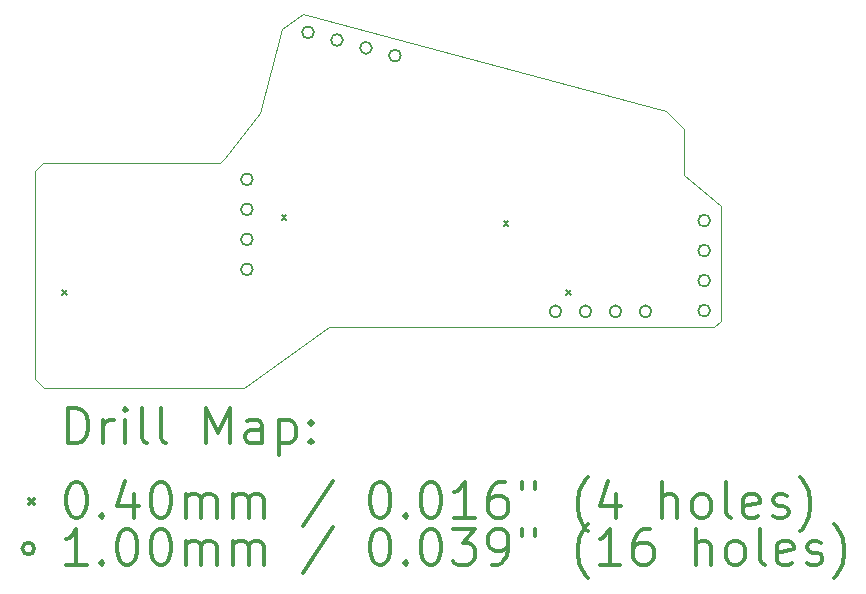
<source format=gbr>
%FSLAX45Y45*%
G04 Gerber Fmt 4.5, Leading zero omitted, Abs format (unit mm)*
G04 Created by KiCad (PCBNEW (5.1.4)-1) date 2023-09-09 05:29:43*
%MOMM*%
%LPD*%
G04 APERTURE LIST*
%ADD10C,0.050000*%
%ADD11C,0.200000*%
%ADD12C,0.300000*%
G04 APERTURE END LIST*
D10*
X-8605980Y-47253810D02*
X-6908980Y-47254810D01*
X-6193980Y-46738810D02*
X-2930835Y-46739340D01*
X-8684980Y-47174810D02*
X-8605980Y-47253810D01*
X-6908980Y-47254810D02*
X-6193980Y-46738810D01*
X-8684980Y-45418810D02*
X-8684980Y-47174810D01*
X-7114980Y-45347810D02*
X-8612980Y-45346810D01*
X-8612980Y-45346810D02*
X-8684980Y-45418810D01*
X-3339125Y-44912148D02*
X-3183300Y-45062247D01*
X-6779724Y-44924596D02*
X-6589120Y-44218027D01*
X-7068596Y-45307941D02*
X-7114980Y-45347810D01*
X-2876899Y-45710660D02*
X-3182118Y-45454366D01*
X-6589120Y-44218027D02*
X-6411822Y-44087429D01*
X-3182118Y-45454366D02*
X-3183300Y-45062247D01*
X-6779724Y-44924596D02*
X-7068596Y-45307941D01*
X-6411822Y-44087429D02*
X-3339125Y-44912148D01*
X-2876509Y-46683864D02*
X-2876899Y-45710660D01*
X-2876509Y-46683864D02*
X-2930835Y-46739340D01*
D11*
X-8454000Y-46423000D02*
X-8414000Y-46463000D01*
X-8414000Y-46423000D02*
X-8454000Y-46463000D01*
X-6593000Y-45792000D02*
X-6553000Y-45832000D01*
X-6553000Y-45792000D02*
X-6593000Y-45832000D01*
X-4713000Y-45842000D02*
X-4673000Y-45882000D01*
X-4673000Y-45842000D02*
X-4713000Y-45882000D01*
X-4182000Y-46428000D02*
X-4142000Y-46468000D01*
X-4142000Y-46428000D02*
X-4182000Y-46468000D01*
X-6319875Y-44242493D02*
G75*
G03X-6319875Y-44242493I-50000J0D01*
G01*
X-6074530Y-44308233D02*
G75*
G03X-6074530Y-44308233I-50000J0D01*
G01*
X-5829184Y-44373973D02*
G75*
G03X-5829184Y-44373973I-50000J0D01*
G01*
X-5583839Y-44439713D02*
G75*
G03X-5583839Y-44439713I-50000J0D01*
G01*
X-6837551Y-45487910D02*
G75*
G03X-6837551Y-45487910I-50000J0D01*
G01*
X-6837551Y-45741910D02*
G75*
G03X-6837551Y-45741910I-50000J0D01*
G01*
X-6837551Y-45995910D02*
G75*
G03X-6837551Y-45995910I-50000J0D01*
G01*
X-6837551Y-46249910D02*
G75*
G03X-6837551Y-46249910I-50000J0D01*
G01*
X-2965301Y-45836357D02*
G75*
G03X-2965301Y-45836357I-50000J0D01*
G01*
X-2965301Y-46090357D02*
G75*
G03X-2965301Y-46090357I-50000J0D01*
G01*
X-2965301Y-46344357D02*
G75*
G03X-2965301Y-46344357I-50000J0D01*
G01*
X-2965301Y-46598357D02*
G75*
G03X-2965301Y-46598357I-50000J0D01*
G01*
X-4224387Y-46605104D02*
G75*
G03X-4224387Y-46605104I-50000J0D01*
G01*
X-3970387Y-46605104D02*
G75*
G03X-3970387Y-46605104I-50000J0D01*
G01*
X-3716387Y-46605104D02*
G75*
G03X-3716387Y-46605104I-50000J0D01*
G01*
X-3462387Y-46605104D02*
G75*
G03X-3462387Y-46605104I-50000J0D01*
G01*
D12*
X-8401052Y-47723025D02*
X-8401052Y-47423025D01*
X-8329623Y-47423025D01*
X-8286766Y-47437310D01*
X-8258195Y-47465882D01*
X-8243909Y-47494453D01*
X-8229623Y-47551596D01*
X-8229623Y-47594453D01*
X-8243909Y-47651596D01*
X-8258195Y-47680167D01*
X-8286766Y-47708739D01*
X-8329623Y-47723025D01*
X-8401052Y-47723025D01*
X-8101052Y-47723025D02*
X-8101052Y-47523025D01*
X-8101052Y-47580167D02*
X-8086766Y-47551596D01*
X-8072480Y-47537310D01*
X-8043909Y-47523025D01*
X-8015338Y-47523025D01*
X-7915338Y-47723025D02*
X-7915338Y-47523025D01*
X-7915338Y-47423025D02*
X-7929623Y-47437310D01*
X-7915338Y-47451596D01*
X-7901052Y-47437310D01*
X-7915338Y-47423025D01*
X-7915338Y-47451596D01*
X-7729623Y-47723025D02*
X-7758195Y-47708739D01*
X-7772480Y-47680167D01*
X-7772480Y-47423025D01*
X-7572480Y-47723025D02*
X-7601052Y-47708739D01*
X-7615338Y-47680167D01*
X-7615338Y-47423025D01*
X-7229623Y-47723025D02*
X-7229623Y-47423025D01*
X-7129623Y-47637310D01*
X-7029623Y-47423025D01*
X-7029623Y-47723025D01*
X-6758195Y-47723025D02*
X-6758195Y-47565882D01*
X-6772480Y-47537310D01*
X-6801052Y-47523025D01*
X-6858195Y-47523025D01*
X-6886766Y-47537310D01*
X-6758195Y-47708739D02*
X-6786766Y-47723025D01*
X-6858195Y-47723025D01*
X-6886766Y-47708739D01*
X-6901052Y-47680167D01*
X-6901052Y-47651596D01*
X-6886766Y-47623025D01*
X-6858195Y-47608739D01*
X-6786766Y-47608739D01*
X-6758195Y-47594453D01*
X-6615338Y-47523025D02*
X-6615338Y-47823025D01*
X-6615338Y-47537310D02*
X-6586766Y-47523025D01*
X-6529623Y-47523025D01*
X-6501052Y-47537310D01*
X-6486766Y-47551596D01*
X-6472480Y-47580167D01*
X-6472480Y-47665882D01*
X-6486766Y-47694453D01*
X-6501052Y-47708739D01*
X-6529623Y-47723025D01*
X-6586766Y-47723025D01*
X-6615338Y-47708739D01*
X-6343909Y-47694453D02*
X-6329623Y-47708739D01*
X-6343909Y-47723025D01*
X-6358195Y-47708739D01*
X-6343909Y-47694453D01*
X-6343909Y-47723025D01*
X-6343909Y-47537310D02*
X-6329623Y-47551596D01*
X-6343909Y-47565882D01*
X-6358195Y-47551596D01*
X-6343909Y-47537310D01*
X-6343909Y-47565882D01*
X-8727481Y-48197310D02*
X-8687481Y-48237310D01*
X-8687481Y-48197310D02*
X-8727481Y-48237310D01*
X-8343909Y-48053025D02*
X-8315338Y-48053025D01*
X-8286766Y-48067310D01*
X-8272480Y-48081596D01*
X-8258195Y-48110167D01*
X-8243909Y-48167310D01*
X-8243909Y-48238739D01*
X-8258195Y-48295882D01*
X-8272480Y-48324453D01*
X-8286766Y-48338739D01*
X-8315338Y-48353025D01*
X-8343909Y-48353025D01*
X-8372480Y-48338739D01*
X-8386766Y-48324453D01*
X-8401052Y-48295882D01*
X-8415338Y-48238739D01*
X-8415338Y-48167310D01*
X-8401052Y-48110167D01*
X-8386766Y-48081596D01*
X-8372480Y-48067310D01*
X-8343909Y-48053025D01*
X-8115338Y-48324453D02*
X-8101052Y-48338739D01*
X-8115338Y-48353025D01*
X-8129623Y-48338739D01*
X-8115338Y-48324453D01*
X-8115338Y-48353025D01*
X-7843909Y-48153025D02*
X-7843909Y-48353025D01*
X-7915338Y-48038739D02*
X-7986766Y-48253025D01*
X-7801052Y-48253025D01*
X-7629623Y-48053025D02*
X-7601052Y-48053025D01*
X-7572480Y-48067310D01*
X-7558195Y-48081596D01*
X-7543909Y-48110167D01*
X-7529623Y-48167310D01*
X-7529623Y-48238739D01*
X-7543909Y-48295882D01*
X-7558195Y-48324453D01*
X-7572480Y-48338739D01*
X-7601052Y-48353025D01*
X-7629623Y-48353025D01*
X-7658195Y-48338739D01*
X-7672480Y-48324453D01*
X-7686766Y-48295882D01*
X-7701052Y-48238739D01*
X-7701052Y-48167310D01*
X-7686766Y-48110167D01*
X-7672480Y-48081596D01*
X-7658195Y-48067310D01*
X-7629623Y-48053025D01*
X-7401052Y-48353025D02*
X-7401052Y-48153025D01*
X-7401052Y-48181596D02*
X-7386766Y-48167310D01*
X-7358195Y-48153025D01*
X-7315338Y-48153025D01*
X-7286766Y-48167310D01*
X-7272480Y-48195882D01*
X-7272480Y-48353025D01*
X-7272480Y-48195882D02*
X-7258195Y-48167310D01*
X-7229623Y-48153025D01*
X-7186766Y-48153025D01*
X-7158195Y-48167310D01*
X-7143909Y-48195882D01*
X-7143909Y-48353025D01*
X-7001052Y-48353025D02*
X-7001052Y-48153025D01*
X-7001052Y-48181596D02*
X-6986766Y-48167310D01*
X-6958195Y-48153025D01*
X-6915338Y-48153025D01*
X-6886766Y-48167310D01*
X-6872480Y-48195882D01*
X-6872480Y-48353025D01*
X-6872480Y-48195882D02*
X-6858195Y-48167310D01*
X-6829623Y-48153025D01*
X-6786766Y-48153025D01*
X-6758195Y-48167310D01*
X-6743909Y-48195882D01*
X-6743909Y-48353025D01*
X-6158195Y-48038739D02*
X-6415338Y-48424453D01*
X-5772480Y-48053025D02*
X-5743909Y-48053025D01*
X-5715338Y-48067310D01*
X-5701052Y-48081596D01*
X-5686766Y-48110167D01*
X-5672480Y-48167310D01*
X-5672480Y-48238739D01*
X-5686766Y-48295882D01*
X-5701052Y-48324453D01*
X-5715338Y-48338739D01*
X-5743909Y-48353025D01*
X-5772480Y-48353025D01*
X-5801052Y-48338739D01*
X-5815338Y-48324453D01*
X-5829623Y-48295882D01*
X-5843909Y-48238739D01*
X-5843909Y-48167310D01*
X-5829623Y-48110167D01*
X-5815338Y-48081596D01*
X-5801052Y-48067310D01*
X-5772480Y-48053025D01*
X-5543909Y-48324453D02*
X-5529623Y-48338739D01*
X-5543909Y-48353025D01*
X-5558195Y-48338739D01*
X-5543909Y-48324453D01*
X-5543909Y-48353025D01*
X-5343909Y-48053025D02*
X-5315338Y-48053025D01*
X-5286766Y-48067310D01*
X-5272481Y-48081596D01*
X-5258195Y-48110167D01*
X-5243909Y-48167310D01*
X-5243909Y-48238739D01*
X-5258195Y-48295882D01*
X-5272481Y-48324453D01*
X-5286766Y-48338739D01*
X-5315338Y-48353025D01*
X-5343909Y-48353025D01*
X-5372481Y-48338739D01*
X-5386766Y-48324453D01*
X-5401052Y-48295882D01*
X-5415338Y-48238739D01*
X-5415338Y-48167310D01*
X-5401052Y-48110167D01*
X-5386766Y-48081596D01*
X-5372481Y-48067310D01*
X-5343909Y-48053025D01*
X-4958195Y-48353025D02*
X-5129623Y-48353025D01*
X-5043909Y-48353025D02*
X-5043909Y-48053025D01*
X-5072481Y-48095882D01*
X-5101052Y-48124453D01*
X-5129623Y-48138739D01*
X-4701052Y-48053025D02*
X-4758195Y-48053025D01*
X-4786766Y-48067310D01*
X-4801052Y-48081596D01*
X-4829623Y-48124453D01*
X-4843909Y-48181596D01*
X-4843909Y-48295882D01*
X-4829623Y-48324453D01*
X-4815338Y-48338739D01*
X-4786766Y-48353025D01*
X-4729623Y-48353025D01*
X-4701052Y-48338739D01*
X-4686766Y-48324453D01*
X-4672481Y-48295882D01*
X-4672481Y-48224453D01*
X-4686766Y-48195882D01*
X-4701052Y-48181596D01*
X-4729623Y-48167310D01*
X-4786766Y-48167310D01*
X-4815338Y-48181596D01*
X-4829623Y-48195882D01*
X-4843909Y-48224453D01*
X-4558195Y-48053025D02*
X-4558195Y-48110167D01*
X-4443909Y-48053025D02*
X-4443909Y-48110167D01*
X-4001052Y-48467310D02*
X-4015338Y-48453025D01*
X-4043909Y-48410167D01*
X-4058195Y-48381596D01*
X-4072480Y-48338739D01*
X-4086766Y-48267310D01*
X-4086766Y-48210167D01*
X-4072480Y-48138739D01*
X-4058195Y-48095882D01*
X-4043909Y-48067310D01*
X-4015338Y-48024453D01*
X-4001052Y-48010167D01*
X-3758195Y-48153025D02*
X-3758195Y-48353025D01*
X-3829623Y-48038739D02*
X-3901052Y-48253025D01*
X-3715338Y-48253025D01*
X-3372480Y-48353025D02*
X-3372480Y-48053025D01*
X-3243909Y-48353025D02*
X-3243909Y-48195882D01*
X-3258195Y-48167310D01*
X-3286766Y-48153025D01*
X-3329623Y-48153025D01*
X-3358195Y-48167310D01*
X-3372480Y-48181596D01*
X-3058195Y-48353025D02*
X-3086766Y-48338739D01*
X-3101052Y-48324453D01*
X-3115338Y-48295882D01*
X-3115338Y-48210167D01*
X-3101052Y-48181596D01*
X-3086766Y-48167310D01*
X-3058195Y-48153025D01*
X-3015338Y-48153025D01*
X-2986766Y-48167310D01*
X-2972480Y-48181596D01*
X-2958195Y-48210167D01*
X-2958195Y-48295882D01*
X-2972480Y-48324453D01*
X-2986766Y-48338739D01*
X-3015338Y-48353025D01*
X-3058195Y-48353025D01*
X-2786766Y-48353025D02*
X-2815338Y-48338739D01*
X-2829623Y-48310167D01*
X-2829623Y-48053025D01*
X-2558195Y-48338739D02*
X-2586766Y-48353025D01*
X-2643909Y-48353025D01*
X-2672481Y-48338739D01*
X-2686766Y-48310167D01*
X-2686766Y-48195882D01*
X-2672481Y-48167310D01*
X-2643909Y-48153025D01*
X-2586766Y-48153025D01*
X-2558195Y-48167310D01*
X-2543909Y-48195882D01*
X-2543909Y-48224453D01*
X-2686766Y-48253025D01*
X-2429623Y-48338739D02*
X-2401052Y-48353025D01*
X-2343909Y-48353025D01*
X-2315338Y-48338739D01*
X-2301052Y-48310167D01*
X-2301052Y-48295882D01*
X-2315338Y-48267310D01*
X-2343909Y-48253025D01*
X-2386766Y-48253025D01*
X-2415338Y-48238739D01*
X-2429623Y-48210167D01*
X-2429623Y-48195882D01*
X-2415338Y-48167310D01*
X-2386766Y-48153025D01*
X-2343909Y-48153025D01*
X-2315338Y-48167310D01*
X-2201052Y-48467310D02*
X-2186766Y-48453025D01*
X-2158195Y-48410167D01*
X-2143909Y-48381596D01*
X-2129623Y-48338739D01*
X-2115338Y-48267310D01*
X-2115338Y-48210167D01*
X-2129623Y-48138739D01*
X-2143909Y-48095882D01*
X-2158195Y-48067310D01*
X-2186766Y-48024453D01*
X-2201052Y-48010167D01*
X-8687481Y-48613310D02*
G75*
G03X-8687481Y-48613310I-50000J0D01*
G01*
X-8243909Y-48749025D02*
X-8415338Y-48749025D01*
X-8329623Y-48749025D02*
X-8329623Y-48449025D01*
X-8358195Y-48491882D01*
X-8386766Y-48520453D01*
X-8415338Y-48534739D01*
X-8115338Y-48720453D02*
X-8101052Y-48734739D01*
X-8115338Y-48749025D01*
X-8129623Y-48734739D01*
X-8115338Y-48720453D01*
X-8115338Y-48749025D01*
X-7915338Y-48449025D02*
X-7886766Y-48449025D01*
X-7858195Y-48463310D01*
X-7843909Y-48477596D01*
X-7829623Y-48506167D01*
X-7815338Y-48563310D01*
X-7815338Y-48634739D01*
X-7829623Y-48691882D01*
X-7843909Y-48720453D01*
X-7858195Y-48734739D01*
X-7886766Y-48749025D01*
X-7915338Y-48749025D01*
X-7943909Y-48734739D01*
X-7958195Y-48720453D01*
X-7972480Y-48691882D01*
X-7986766Y-48634739D01*
X-7986766Y-48563310D01*
X-7972480Y-48506167D01*
X-7958195Y-48477596D01*
X-7943909Y-48463310D01*
X-7915338Y-48449025D01*
X-7629623Y-48449025D02*
X-7601052Y-48449025D01*
X-7572480Y-48463310D01*
X-7558195Y-48477596D01*
X-7543909Y-48506167D01*
X-7529623Y-48563310D01*
X-7529623Y-48634739D01*
X-7543909Y-48691882D01*
X-7558195Y-48720453D01*
X-7572480Y-48734739D01*
X-7601052Y-48749025D01*
X-7629623Y-48749025D01*
X-7658195Y-48734739D01*
X-7672480Y-48720453D01*
X-7686766Y-48691882D01*
X-7701052Y-48634739D01*
X-7701052Y-48563310D01*
X-7686766Y-48506167D01*
X-7672480Y-48477596D01*
X-7658195Y-48463310D01*
X-7629623Y-48449025D01*
X-7401052Y-48749025D02*
X-7401052Y-48549025D01*
X-7401052Y-48577596D02*
X-7386766Y-48563310D01*
X-7358195Y-48549025D01*
X-7315338Y-48549025D01*
X-7286766Y-48563310D01*
X-7272480Y-48591882D01*
X-7272480Y-48749025D01*
X-7272480Y-48591882D02*
X-7258195Y-48563310D01*
X-7229623Y-48549025D01*
X-7186766Y-48549025D01*
X-7158195Y-48563310D01*
X-7143909Y-48591882D01*
X-7143909Y-48749025D01*
X-7001052Y-48749025D02*
X-7001052Y-48549025D01*
X-7001052Y-48577596D02*
X-6986766Y-48563310D01*
X-6958195Y-48549025D01*
X-6915338Y-48549025D01*
X-6886766Y-48563310D01*
X-6872480Y-48591882D01*
X-6872480Y-48749025D01*
X-6872480Y-48591882D02*
X-6858195Y-48563310D01*
X-6829623Y-48549025D01*
X-6786766Y-48549025D01*
X-6758195Y-48563310D01*
X-6743909Y-48591882D01*
X-6743909Y-48749025D01*
X-6158195Y-48434739D02*
X-6415338Y-48820453D01*
X-5772480Y-48449025D02*
X-5743909Y-48449025D01*
X-5715338Y-48463310D01*
X-5701052Y-48477596D01*
X-5686766Y-48506167D01*
X-5672480Y-48563310D01*
X-5672480Y-48634739D01*
X-5686766Y-48691882D01*
X-5701052Y-48720453D01*
X-5715338Y-48734739D01*
X-5743909Y-48749025D01*
X-5772480Y-48749025D01*
X-5801052Y-48734739D01*
X-5815338Y-48720453D01*
X-5829623Y-48691882D01*
X-5843909Y-48634739D01*
X-5843909Y-48563310D01*
X-5829623Y-48506167D01*
X-5815338Y-48477596D01*
X-5801052Y-48463310D01*
X-5772480Y-48449025D01*
X-5543909Y-48720453D02*
X-5529623Y-48734739D01*
X-5543909Y-48749025D01*
X-5558195Y-48734739D01*
X-5543909Y-48720453D01*
X-5543909Y-48749025D01*
X-5343909Y-48449025D02*
X-5315338Y-48449025D01*
X-5286766Y-48463310D01*
X-5272481Y-48477596D01*
X-5258195Y-48506167D01*
X-5243909Y-48563310D01*
X-5243909Y-48634739D01*
X-5258195Y-48691882D01*
X-5272481Y-48720453D01*
X-5286766Y-48734739D01*
X-5315338Y-48749025D01*
X-5343909Y-48749025D01*
X-5372481Y-48734739D01*
X-5386766Y-48720453D01*
X-5401052Y-48691882D01*
X-5415338Y-48634739D01*
X-5415338Y-48563310D01*
X-5401052Y-48506167D01*
X-5386766Y-48477596D01*
X-5372481Y-48463310D01*
X-5343909Y-48449025D01*
X-5143909Y-48449025D02*
X-4958195Y-48449025D01*
X-5058195Y-48563310D01*
X-5015338Y-48563310D01*
X-4986766Y-48577596D01*
X-4972481Y-48591882D01*
X-4958195Y-48620453D01*
X-4958195Y-48691882D01*
X-4972481Y-48720453D01*
X-4986766Y-48734739D01*
X-5015338Y-48749025D01*
X-5101052Y-48749025D01*
X-5129623Y-48734739D01*
X-5143909Y-48720453D01*
X-4815338Y-48749025D02*
X-4758195Y-48749025D01*
X-4729623Y-48734739D01*
X-4715338Y-48720453D01*
X-4686766Y-48677596D01*
X-4672481Y-48620453D01*
X-4672481Y-48506167D01*
X-4686766Y-48477596D01*
X-4701052Y-48463310D01*
X-4729623Y-48449025D01*
X-4786766Y-48449025D01*
X-4815338Y-48463310D01*
X-4829623Y-48477596D01*
X-4843909Y-48506167D01*
X-4843909Y-48577596D01*
X-4829623Y-48606167D01*
X-4815338Y-48620453D01*
X-4786766Y-48634739D01*
X-4729623Y-48634739D01*
X-4701052Y-48620453D01*
X-4686766Y-48606167D01*
X-4672481Y-48577596D01*
X-4558195Y-48449025D02*
X-4558195Y-48506167D01*
X-4443909Y-48449025D02*
X-4443909Y-48506167D01*
X-4001052Y-48863310D02*
X-4015338Y-48849025D01*
X-4043909Y-48806167D01*
X-4058195Y-48777596D01*
X-4072480Y-48734739D01*
X-4086766Y-48663310D01*
X-4086766Y-48606167D01*
X-4072480Y-48534739D01*
X-4058195Y-48491882D01*
X-4043909Y-48463310D01*
X-4015338Y-48420453D01*
X-4001052Y-48406167D01*
X-3729623Y-48749025D02*
X-3901052Y-48749025D01*
X-3815338Y-48749025D02*
X-3815338Y-48449025D01*
X-3843909Y-48491882D01*
X-3872480Y-48520453D01*
X-3901052Y-48534739D01*
X-3472480Y-48449025D02*
X-3529623Y-48449025D01*
X-3558195Y-48463310D01*
X-3572480Y-48477596D01*
X-3601052Y-48520453D01*
X-3615338Y-48577596D01*
X-3615338Y-48691882D01*
X-3601052Y-48720453D01*
X-3586766Y-48734739D01*
X-3558195Y-48749025D01*
X-3501052Y-48749025D01*
X-3472480Y-48734739D01*
X-3458195Y-48720453D01*
X-3443909Y-48691882D01*
X-3443909Y-48620453D01*
X-3458195Y-48591882D01*
X-3472480Y-48577596D01*
X-3501052Y-48563310D01*
X-3558195Y-48563310D01*
X-3586766Y-48577596D01*
X-3601052Y-48591882D01*
X-3615338Y-48620453D01*
X-3086766Y-48749025D02*
X-3086766Y-48449025D01*
X-2958195Y-48749025D02*
X-2958195Y-48591882D01*
X-2972480Y-48563310D01*
X-3001052Y-48549025D01*
X-3043909Y-48549025D01*
X-3072480Y-48563310D01*
X-3086766Y-48577596D01*
X-2772481Y-48749025D02*
X-2801052Y-48734739D01*
X-2815338Y-48720453D01*
X-2829623Y-48691882D01*
X-2829623Y-48606167D01*
X-2815338Y-48577596D01*
X-2801052Y-48563310D01*
X-2772481Y-48549025D01*
X-2729623Y-48549025D01*
X-2701052Y-48563310D01*
X-2686766Y-48577596D01*
X-2672481Y-48606167D01*
X-2672481Y-48691882D01*
X-2686766Y-48720453D01*
X-2701052Y-48734739D01*
X-2729623Y-48749025D01*
X-2772481Y-48749025D01*
X-2501052Y-48749025D02*
X-2529623Y-48734739D01*
X-2543909Y-48706167D01*
X-2543909Y-48449025D01*
X-2272481Y-48734739D02*
X-2301052Y-48749025D01*
X-2358195Y-48749025D01*
X-2386766Y-48734739D01*
X-2401052Y-48706167D01*
X-2401052Y-48591882D01*
X-2386766Y-48563310D01*
X-2358195Y-48549025D01*
X-2301052Y-48549025D01*
X-2272481Y-48563310D01*
X-2258195Y-48591882D01*
X-2258195Y-48620453D01*
X-2401052Y-48649025D01*
X-2143909Y-48734739D02*
X-2115338Y-48749025D01*
X-2058195Y-48749025D01*
X-2029623Y-48734739D01*
X-2015338Y-48706167D01*
X-2015338Y-48691882D01*
X-2029623Y-48663310D01*
X-2058195Y-48649025D01*
X-2101052Y-48649025D01*
X-2129623Y-48634739D01*
X-2143909Y-48606167D01*
X-2143909Y-48591882D01*
X-2129623Y-48563310D01*
X-2101052Y-48549025D01*
X-2058195Y-48549025D01*
X-2029623Y-48563310D01*
X-1915338Y-48863310D02*
X-1901052Y-48849025D01*
X-1872480Y-48806167D01*
X-1858195Y-48777596D01*
X-1843909Y-48734739D01*
X-1829623Y-48663310D01*
X-1829623Y-48606167D01*
X-1843909Y-48534739D01*
X-1858195Y-48491882D01*
X-1872480Y-48463310D01*
X-1901052Y-48420453D01*
X-1915338Y-48406167D01*
M02*

</source>
